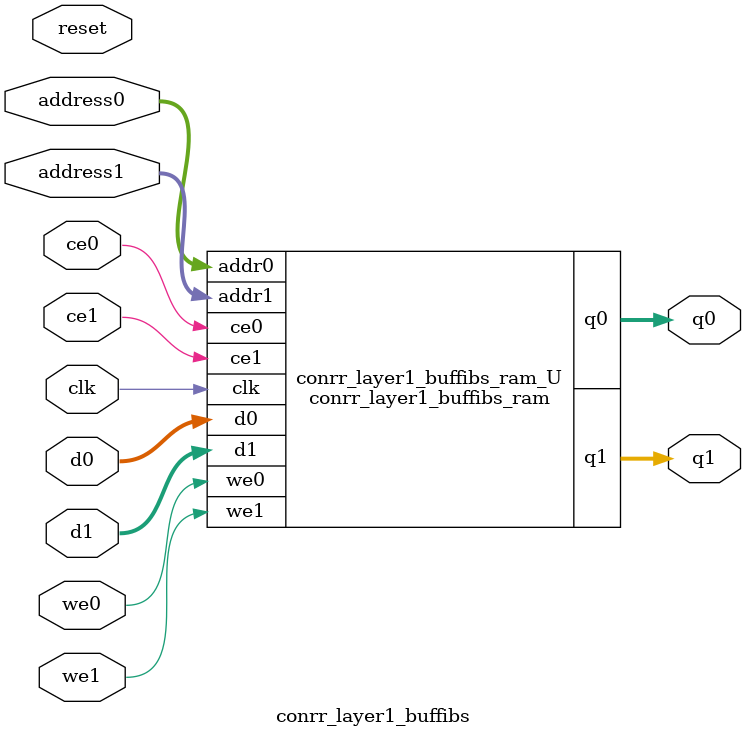
<source format=v>
`timescale 1 ns / 1 ps
module conrr_layer1_buffibs_ram (addr0, ce0, d0, we0, q0, addr1, ce1, d1, we1, q1,  clk);

parameter DWIDTH = 4;
parameter AWIDTH = 9;
parameter MEM_SIZE = 340;

input[AWIDTH-1:0] addr0;
input ce0;
input[DWIDTH-1:0] d0;
input we0;
output reg[DWIDTH-1:0] q0;
input[AWIDTH-1:0] addr1;
input ce1;
input[DWIDTH-1:0] d1;
input we1;
output reg[DWIDTH-1:0] q1;
input clk;

(* ram_style = "block" *)reg [DWIDTH-1:0] ram[0:MEM_SIZE-1];




always @(posedge clk)  
begin 
    if (ce0) 
    begin
        if (we0) 
        begin 
            ram[addr0] <= d0; 
        end 
        q0 <= ram[addr0];
    end
end


always @(posedge clk)  
begin 
    if (ce1) 
    begin
        if (we1) 
        begin 
            ram[addr1] <= d1; 
        end 
        q1 <= ram[addr1];
    end
end


endmodule

`timescale 1 ns / 1 ps
module conrr_layer1_buffibs(
    reset,
    clk,
    address0,
    ce0,
    we0,
    d0,
    q0,
    address1,
    ce1,
    we1,
    d1,
    q1);

parameter DataWidth = 32'd4;
parameter AddressRange = 32'd340;
parameter AddressWidth = 32'd9;
input reset;
input clk;
input[AddressWidth - 1:0] address0;
input ce0;
input we0;
input[DataWidth - 1:0] d0;
output[DataWidth - 1:0] q0;
input[AddressWidth - 1:0] address1;
input ce1;
input we1;
input[DataWidth - 1:0] d1;
output[DataWidth - 1:0] q1;



conrr_layer1_buffibs_ram conrr_layer1_buffibs_ram_U(
    .clk( clk ),
    .addr0( address0 ),
    .ce0( ce0 ),
    .we0( we0 ),
    .d0( d0 ),
    .q0( q0 ),
    .addr1( address1 ),
    .ce1( ce1 ),
    .we1( we1 ),
    .d1( d1 ),
    .q1( q1 ));

endmodule


</source>
